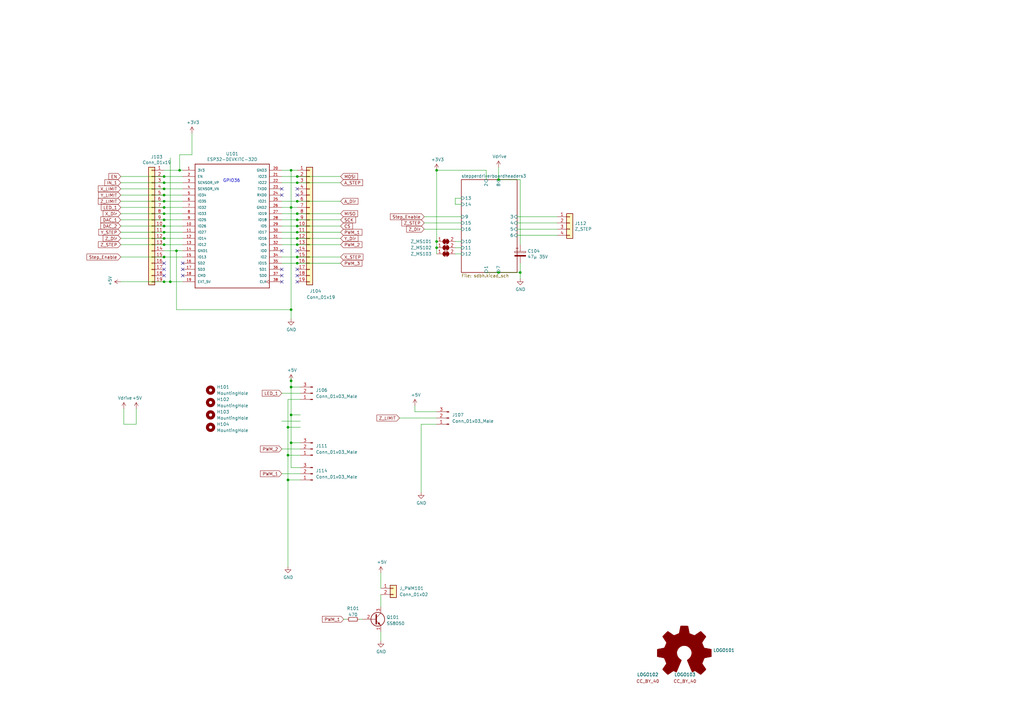
<source format=kicad_sch>
(kicad_sch (version 20230121) (generator eeschema)
  (paper "A3")
  (title_block (title "UC2-REST/uc32_standalone") (date "2022-11-09") (rev "v1.2") (company "openUC2 GmbH") (comment 1 "beniroquai, christiankuttke"))
  (lib_symbols
    (symbol "Connector:Conn_01x03_Male" (pin_names (offset 1.016) hide)
      (property "Reference" "J" (at 0 5.08 0))
      (property "Value" "Conn_01x03_Male" (at 0 -5.08 0))
      (symbol "Conn_01x03_Male_1_1"
        (polyline (pts (xy 1.27 -2.54) (xy 0.8636 -2.54)) (stroke (width 0.1524)))
        (polyline (pts (xy 1.27 0) (xy 0.8636 0)) (stroke (width 0.1524)))
        (polyline (pts (xy 1.27 2.54) (xy 0.8636 2.54)) (stroke (width 0.1524)))
        (rectangle (start 0.8636 -2.413) (end 0 -2.667) (stroke (width 0.1524)) (fill (type outline)))
        (rectangle (start 0.8636 0.127) (end 0 -0.127) (stroke (width 0.1524)) (fill (type outline)))
        (rectangle (start 0.8636 2.667) (end 0 2.413) (stroke (width 0.1524)) (fill (type outline)))
        (pin passive line (at 5.08 2.54 180) (length 3.81) (name "Pin_1") (number "1"))
        (pin passive line (at 5.08 0 180) (length 3.81) (name "Pin_2") (number "2"))
        (pin passive line (at 5.08 -2.54 180) (length 3.81) (name "Pin_3") (number "3"))
      )
    )
    (symbol "Connector_Generic:Conn_01x02" (pin_names (offset 1.016) hide)
      (property "Reference" "J" (at 0 2.54 0))
      (property "Value" "Conn_01x02" (at 0 -5.08 0))
      (symbol "Conn_01x02_1_1"
        (rectangle (start -1.27 -2.413) (end 0 -2.667) (stroke (width 0.1524)))
        (rectangle (start -1.27 0.127) (end 0 -0.127) (stroke (width 0.1524)))
        (rectangle (start -1.27 1.27) (end 1.27 -3.81) (stroke (width 0.254)) (fill (type background)))
        (pin passive line (at -5.08 0 0) (length 3.81) (name "Pin_1") (number "1"))
        (pin passive line (at -5.08 -2.54 0) (length 3.81) (name "Pin_2") (number "2"))
      )
    )
    (symbol "Connector_Generic:Conn_01x04" (pin_names (offset 1.016) hide)
      (property "Reference" "J" (at 0 5.08 0))
      (property "Value" "Conn_01x04" (at 0 -7.62 0))
      (symbol "Conn_01x04_1_1"
        (rectangle (start -1.27 -4.953) (end 0 -5.207) (stroke (width 0.1524)))
        (rectangle (start -1.27 -2.413) (end 0 -2.667) (stroke (width 0.1524)))
        (rectangle (start -1.27 0.127) (end 0 -0.127) (stroke (width 0.1524)))
        (rectangle (start -1.27 2.667) (end 0 2.413) (stroke (width 0.1524)))
        (rectangle (start -1.27 3.81) (end 1.27 -6.35) (stroke (width 0.254)) (fill (type background)))
        (pin passive line (at -5.08 2.54 0) (length 3.81) (name "Pin_1") (number "1"))
        (pin passive line (at -5.08 0 0) (length 3.81) (name "Pin_2") (number "2"))
        (pin passive line (at -5.08 -2.54 0) (length 3.81) (name "Pin_3") (number "3"))
        (pin passive line (at -5.08 -5.08 0) (length 3.81) (name "Pin_4") (number "4"))
      )
    )
    (symbol "Connector_Generic:Conn_01x19" (pin_names (offset 1.016) hide)
      (property "Reference" "J" (at 0 25.4 0))
      (property "Value" "Conn_01x19" (at 0 -25.4 0))
      (symbol "Conn_01x19_1_1"
        (rectangle (start -1.27 -22.733) (end 0 -22.987) (stroke (width 0.1524)))
        (rectangle (start -1.27 -20.193) (end 0 -20.447) (stroke (width 0.1524)))
        (rectangle (start -1.27 -17.653) (end 0 -17.907) (stroke (width 0.1524)))
        (rectangle (start -1.27 -15.113) (end 0 -15.367) (stroke (width 0.1524)))
        (rectangle (start -1.27 -12.573) (end 0 -12.827) (stroke (width 0.1524)))
        (rectangle (start -1.27 -10.033) (end 0 -10.287) (stroke (width 0.1524)))
        (rectangle (start -1.27 -7.493) (end 0 -7.747) (stroke (width 0.1524)))
        (rectangle (start -1.27 -4.953) (end 0 -5.207) (stroke (width 0.1524)))
        (rectangle (start -1.27 -2.413) (end 0 -2.667) (stroke (width 0.1524)))
        (rectangle (start -1.27 0.127) (end 0 -0.127) (stroke (width 0.1524)))
        (rectangle (start -1.27 2.667) (end 0 2.413) (stroke (width 0.1524)))
        (rectangle (start -1.27 5.207) (end 0 4.953) (stroke (width 0.1524)))
        (rectangle (start -1.27 7.747) (end 0 7.493) (stroke (width 0.1524)))
        (rectangle (start -1.27 10.287) (end 0 10.033) (stroke (width 0.1524)))
        (rectangle (start -1.27 12.827) (end 0 12.573) (stroke (width 0.1524)))
        (rectangle (start -1.27 15.367) (end 0 15.113) (stroke (width 0.1524)))
        (rectangle (start -1.27 17.907) (end 0 17.653) (stroke (width 0.1524)))
        (rectangle (start -1.27 20.447) (end 0 20.193) (stroke (width 0.1524)))
        (rectangle (start -1.27 22.987) (end 0 22.733) (stroke (width 0.1524)))
        (rectangle (start -1.27 24.13) (end 1.27 -24.13) (stroke (width 0.254)) (fill (type background)))
        (pin passive line (at -5.08 22.86 0) (length 3.81) (name "Pin_1") (number "1"))
        (pin passive line (at -5.08 0 0) (length 3.81) (name "Pin_10") (number "10"))
        (pin passive line (at -5.08 -2.54 0) (length 3.81) (name "Pin_11") (number "11"))
        (pin passive line (at -5.08 -5.08 0) (length 3.81) (name "Pin_12") (number "12"))
        (pin passive line (at -5.08 -7.62 0) (length 3.81) (name "Pin_13") (number "13"))
        (pin passive line (at -5.08 -10.16 0) (length 3.81) (name "Pin_14") (number "14"))
        (pin passive line (at -5.08 -12.7 0) (length 3.81) (name "Pin_15") (number "15"))
        (pin passive line (at -5.08 -15.24 0) (length 3.81) (name "Pin_16") (number "16"))
        (pin passive line (at -5.08 -17.78 0) (length 3.81) (name "Pin_17") (number "17"))
        (pin passive line (at -5.08 -20.32 0) (length 3.81) (name "Pin_18") (number "18"))
        (pin passive line (at -5.08 -22.86 0) (length 3.81) (name "Pin_19") (number "19"))
        (pin passive line (at -5.08 20.32 0) (length 3.81) (name "Pin_2") (number "2"))
        (pin passive line (at -5.08 17.78 0) (length 3.81) (name "Pin_3") (number "3"))
        (pin passive line (at -5.08 15.24 0) (length 3.81) (name "Pin_4") (number "4"))
        (pin passive line (at -5.08 12.7 0) (length 3.81) (name "Pin_5") (number "5"))
        (pin passive line (at -5.08 10.16 0) (length 3.81) (name "Pin_6") (number "6"))
        (pin passive line (at -5.08 7.62 0) (length 3.81) (name "Pin_7") (number "7"))
        (pin passive line (at -5.08 5.08 0) (length 3.81) (name "Pin_8") (number "8"))
        (pin passive line (at -5.08 2.54 0) (length 3.81) (name "Pin_9") (number "9"))
      )
    )
    (symbol "Device:CP" (pin_numbers hide) (pin_names (offset 0.254))
      (property "Reference" "C" (at 0.635 2.54 0))
      (property "Value" "Device_CP" (at 0.635 -2.54 0))
      (symbol "CP_0_1"
        (rectangle (start -2.286 0.508) (end 2.286 1.016))
        (polyline (pts (xy -1.778 2.286) (xy -0.762 2.286)))
        (polyline (pts (xy -1.27 2.794) (xy -1.27 1.778)))
        (rectangle (start 2.286 -0.508) (end -2.286 -1.016) (fill (type outline)))
      )
      (symbol "CP_1_1"
        (pin passive line (at 0 3.81 270) (length 2.794) (name "~") (number "1"))
        (pin passive line (at 0 -3.81 90) (length 2.794) (name "~") (number "2"))
      )
    )
    (symbol "Device:R_Small" (pin_numbers hide) (pin_names (offset 0.254) hide)
      (property "Reference" "R" (at 0.762 0.508 0))
      (property "Value" "R_Small" (at 0.762 -1.016 0))
      (symbol "R_Small_0_1"
        (rectangle (start -0.762 1.778) (end 0.762 -1.778) (stroke (width 0.2032)))
      )
      (symbol "R_Small_1_1"
        (pin passive line (at 0 2.54 270) (length 0.762) (name "~") (number "1"))
        (pin passive line (at 0 -2.54 90) (length 0.762) (name "~") (number "2"))
      )
    )
    (symbol "ESP32-DEVKITC-32D:ESP32-DEVKITC-32D" (pin_names (offset 1.016))
      (property "Reference" "U" (at -15.2654 26.0604 0))
      (property "Value" "ESP32-DEVKITC-32D_ESP32-DEVKITC-32D" (at -15.2654 -27.9654 0))
      (symbol "ESP32-DEVKITC-32D_0_0"
        (polyline (pts (xy -15.24 -25.4) (xy -15.24 25.4)) (stroke (width 0.254)))
        (polyline (pts (xy -15.24 25.4) (xy 15.24 25.4)) (stroke (width 0.254)))
        (polyline (pts (xy 15.24 -25.4) (xy -15.24 -25.4)) (stroke (width 0.254)))
        (polyline (pts (xy 15.24 25.4) (xy 15.24 -25.4)) (stroke (width 0.254)))
        (pin power_in line (at -20.32 22.86 0) (length 5.08) (name "3V3") (number "1"))
        (pin bidirectional line (at -20.32 0 0) (length 5.08) (name "IO26") (number "10"))
        (pin bidirectional line (at -20.32 -2.54 0) (length 5.08) (name "IO27") (number "11"))
        (pin bidirectional line (at -20.32 -5.08 0) (length 5.08) (name "IO14") (number "12"))
        (pin bidirectional line (at -20.32 -7.62 0) (length 5.08) (name "IO12") (number "13"))
        (pin power_in line (at -20.32 -10.16 0) (length 5.08) (name "GND1") (number "14"))
        (pin bidirectional line (at -20.32 -12.7 0) (length 5.08) (name "IO13") (number "15"))
        (pin bidirectional line (at -20.32 -15.24 0) (length 5.08) (name "SD2") (number "16"))
        (pin bidirectional line (at -20.32 -17.78 0) (length 5.08) (name "SD3") (number "17"))
        (pin bidirectional line (at -20.32 -20.32 0) (length 5.08) (name "CMD") (number "18"))
        (pin power_in line (at -20.32 -22.86 0) (length 5.08) (name "EXT_5V") (number "19"))
        (pin input line (at -20.32 20.32 0) (length 5.08) (name "EN") (number "2"))
        (pin power_in line (at 20.32 22.86 180) (length 5.08) (name "GND3") (number "20"))
        (pin bidirectional line (at 20.32 20.32 180) (length 5.08) (name "IO23") (number "21"))
        (pin bidirectional line (at 20.32 17.78 180) (length 5.08) (name "IO22") (number "22"))
        (pin output line (at 20.32 15.24 180) (length 5.08) (name "TXD0") (number "23"))
        (pin input line (at 20.32 12.7 180) (length 5.08) (name "RXD0") (number "24"))
        (pin bidirectional line (at 20.32 10.16 180) (length 5.08) (name "IO21") (number "25"))
        (pin power_in line (at 20.32 7.62 180) (length 5.08) (name "GND2") (number "26"))
        (pin bidirectional line (at 20.32 5.08 180) (length 5.08) (name "IO19") (number "27"))
        (pin bidirectional line (at 20.32 2.54 180) (length 5.08) (name "IO18") (number "28"))
        (pin bidirectional line (at 20.32 0 180) (length 5.08) (name "IO5") (number "29"))
        (pin input line (at -20.32 17.78 0) (length 5.08) (name "SENSOR_VP") (number "3"))
        (pin bidirectional line (at 20.32 -2.54 180) (length 5.08) (name "IO17") (number "30"))
        (pin bidirectional line (at 20.32 -5.08 180) (length 5.08) (name "IO16") (number "31"))
        (pin bidirectional line (at 20.32 -7.62 180) (length 5.08) (name "IO4") (number "32"))
        (pin bidirectional line (at 20.32 -10.16 180) (length 5.08) (name "IO0") (number "33"))
        (pin bidirectional line (at 20.32 -12.7 180) (length 5.08) (name "IO2") (number "34"))
        (pin bidirectional line (at 20.32 -15.24 180) (length 5.08) (name "IO15") (number "35"))
        (pin bidirectional line (at 20.32 -17.78 180) (length 5.08) (name "SD1") (number "36"))
        (pin bidirectional line (at 20.32 -20.32 180) (length 5.08) (name "SD0") (number "37"))
        (pin input clock (at 20.32 -22.86 180) (length 5.08) (name "CLK") (number "38"))
        (pin input line (at -20.32 15.24 0) (length 5.08) (name "SENSOR_VN") (number "4"))
        (pin bidirectional line (at -20.32 12.7 0) (length 5.08) (name "IO34") (number "5"))
        (pin bidirectional line (at -20.32 10.16 0) (length 5.08) (name "IO35") (number "6"))
        (pin bidirectional line (at -20.32 7.62 0) (length 5.08) (name "IO32") (number "7"))
        (pin bidirectional line (at -20.32 5.08 0) (length 5.08) (name "IO33") (number "8"))
        (pin bidirectional line (at -20.32 2.54 0) (length 5.08) (name "IO25") (number "9"))
      )
    )
    (symbol "Graphic:Logo_Open_Hardware_Large" (pin_names (offset 1.016))
      (symbol "Logo_Open_Hardware_Large_1_1"
        (polyline (pts (xy 6.731 -8.7122) (xy 6.6294 -8.6614) (xy 6.35 -8.4836) (xy 5.9944 -8.255) (xy 5.5372 -7.9502) (xy 5.1054 -7.6454) (xy 4.7498 -7.4168) (xy 4.4958 -7.239) (xy 4.3942 -7.1882) (xy 4.318 -7.2136) (xy 4.1148 -7.3152) (xy 3.81 -7.4676) (xy 3.6322 -7.5692) (xy 3.3528 -7.6708) (xy 3.2258 -7.6962) (xy 3.2004 -7.6708) (xy 3.0988 -7.4676) (xy 2.9464 -7.0866) (xy 2.7178 -6.604) (xy 2.4892 -6.0452) (xy 2.2352 -5.4356) (xy 1.9558 -4.826) (xy 1.7272 -4.2164) (xy 1.4986 -3.683) (xy 1.3208 -3.2512) (xy 1.2192 -2.9464) (xy 1.1684 -2.8194) (xy 1.1938 -2.794) (xy 1.3208 -2.667) (xy 1.5748 -2.4892) (xy 2.0828 -2.0574) (xy 2.6162 -1.397) (xy 2.921 -0.6604) (xy 3.048 0.1524) (xy 2.9464 0.9144) (xy 2.6416 1.6256) (xy 2.1336 2.286) (xy 1.524 2.7686) (xy 0.8128 3.0734) (xy 0 3.175) (xy -0.762 3.0988) (xy -1.4986 2.794) (xy -2.159 2.286) (xy -2.4384 1.9812) (xy -2.8194 1.3208) (xy -3.048 0.6096) (xy -3.0734 0.4318) (xy -3.0226 -0.3556) (xy -2.794 -1.0922) (xy -2.3876 -1.7526) (xy -1.8288 -2.3114) (xy -1.7526 -2.3622) (xy -1.4732 -2.5654) (xy -1.2954 -2.6924) (xy -1.1684 -2.8194) (xy -2.159 -5.207) (xy -2.3114 -5.588) (xy -2.5908 -6.2484) (xy -2.8194 -6.8072) (xy -3.0226 -7.2644) (xy -3.1496 -7.5692) (xy -3.2258 -7.6708) (xy -3.2258 -7.6962) (xy -3.302 -7.6962) (xy -3.4798 -7.6454) (xy -3.8354 -7.4676) (xy -4.0386 -7.366) (xy -4.2926 -7.239) (xy -4.4196 -7.1882) (xy -4.5212 -7.239) (xy -4.7498 -7.3914) (xy -5.1054 -7.6454) (xy -5.5372 -7.9248) (xy -5.9436 -8.2042) (xy -6.3246 -8.4582) (xy -6.604 -8.636) (xy -6.731 -8.7122) (xy -6.7564 -8.7122) (xy -6.858 -8.636) (xy -7.0866 -8.4582) (xy -7.4168 -8.1534) (xy -7.874 -7.6962) (xy -7.9502 -7.62) (xy -8.3312 -7.239) (xy -8.636 -6.9088) (xy -8.8392 -6.6802) (xy -8.9154 -6.5786) (xy -8.9154 -6.5786) (xy -8.8392 -6.4516) (xy -8.6614 -6.1722) (xy -8.4328 -5.7912) (xy -8.128 -5.3594) (xy -7.3152 -4.191) (xy -7.7724 -3.0988) (xy -7.8994 -2.7686) (xy -8.0772 -2.3622) (xy -8.2042 -2.0828) (xy -8.255 -1.9558) (xy -8.382 -1.905) (xy -8.6614 -1.8542) (xy -9.0932 -1.7526) (xy -9.6266 -1.651) (xy -10.1092 -1.5748) (xy -10.541 -1.4732) (xy -10.8712 -1.4224) (xy -11.0236 -1.397) (xy -11.049 -1.3716) (xy -11.0744 -1.2954) (xy -11.0998 -1.143) (xy -11.0998 -0.889) (xy -11.1252 -0.4572) (xy -11.1252 0.1524) (xy -11.1252 0.2286) (xy -11.0998 0.8128) (xy -11.0998 1.27) (xy -11.0744 1.5494) (xy -11.0744 1.6764) (xy -11.0744 1.6764) (xy -10.922 1.7018) (xy -10.6172 1.778) (xy -10.16 1.8542) (xy -9.652 1.9558) (xy -9.6012 1.9812) (xy -9.0932 2.0828) (xy -8.636 2.159) (xy -8.3312 2.2352) (xy -8.2042 2.286) (xy -8.1788 2.3114) (xy -8.0772 2.5146) (xy -7.9248 2.8448) (xy -7.747 3.2512) (xy -7.5692 3.6576) (xy -7.4168 4.0386) (xy -7.3152 4.318) (xy -7.2898 4.445) (xy -7.2898 4.445) (xy -7.366 4.572) (xy -7.5438 4.826) (xy -7.7978 5.207) (xy -8.128 5.6642) (xy -8.128 5.6896) (xy -8.4328 6.1468) (xy -8.6868 6.5278) (xy -8.8392 6.7818) (xy -8.9154 6.9088) (xy -8.9154 6.9088) (xy -8.8138 7.0358) (xy -8.5852 7.2898) (xy -8.255 7.6454) (xy -7.874 8.0264) (xy -7.747 8.1534) (xy -7.3152 8.5852) (xy -7.0104 8.8646) (xy -6.8326 8.9916) (xy -6.731 9.0424) (xy -6.731 9.0424) (xy -6.604 8.9408) (xy -6.3246 8.763) (xy -5.9436 8.509) (xy -5.4864 8.2042) (xy -5.461 8.1788) (xy -5.0038 7.874) (xy -4.6482 7.62) (xy -4.3688 7.4422) (xy -4.2672 7.3914) (xy -4.2418 7.3914) (xy -4.064 7.4422) (xy -3.7338 7.5438) (xy -3.3528 7.6962) (xy -2.9464 7.874) (xy -2.5654 8.0264) (xy -2.286 8.1534) (xy -2.159 8.2296) (xy -2.159 8.2296) (xy -2.1082 8.382) (xy -2.032 8.7122) (xy -1.9304 9.1694) (xy -1.8288 9.7282) (xy -1.8034 9.8044) (xy -1.7018 10.3378) (xy -1.6256 10.7696) (xy -1.5748 11.0744) (xy -1.524 11.2014) (xy -1.4478 11.2268) (xy -1.1938 11.2522) (xy -0.8128 11.2522) (xy -0.3302 11.2522) (xy 0.1524 11.2522) (xy 0.6604 11.2522) (xy 1.0668 11.2268) (xy 1.3716 11.2014) (xy 1.4986 11.176) (xy 1.4986 11.176) (xy 1.5494 11.0236) (xy 1.6256 10.6934) (xy 1.7018 10.2108) (xy 1.8288 9.6774) (xy 1.8288 9.5758) (xy 1.9304 9.0424) (xy 2.032 8.6106) (xy 2.0828 8.3058) (xy 2.1336 8.2042) (xy 2.159 8.1788) (xy 2.3876 8.0772) (xy 2.7432 7.9248) (xy 3.175 7.747) (xy 4.191 7.3406) (xy 5.461 8.2042) (xy 5.5626 8.2804) (xy 6.0198 8.5852) (xy 6.3754 8.8392) (xy 6.6294 8.9916) (xy 6.7564 9.0424) (xy 6.7564 9.0424) (xy 6.8834 8.9408) (xy 7.1374 8.7122) (xy 7.4676 8.382) (xy 7.8486 7.9756) (xy 8.1534 7.6962) (xy 8.4836 7.3406) (xy 8.7122 7.112) (xy 8.8392 6.9596) (xy 8.8646 6.858) (xy 8.8646 6.8072) (xy 8.7884 6.6802) (xy 8.6106 6.4008) (xy 8.3312 6.0198) (xy 8.0264 5.588) (xy 7.7978 5.207) (xy 7.5184 4.8006) (xy 7.3406 4.4958) (xy 7.2898 4.3434) (xy 7.2898 4.2926) (xy 7.3914 4.0386) (xy 7.5184 3.683) (xy 7.7216 3.2258) (xy 8.1534 2.2352) (xy 8.7884 2.1082) (xy 9.1948 2.0574) (xy 9.7536 1.9304) (xy 10.2616 1.8288) (xy 11.0998 1.6764) (xy 11.1252 -1.3208) (xy 10.9982 -1.3716) (xy 10.8712 -1.397) (xy 10.5664 -1.4732) (xy 10.1346 -1.5494) (xy 9.6266 -1.651) (xy 9.1948 -1.7272) (xy 8.7376 -1.8288) (xy 8.4328 -1.8796) (xy 8.2804 -1.905) (xy 8.255 -1.9558) (xy 8.1534 -2.159) (xy 7.9756 -2.5146) (xy 7.8232 -2.921) (xy 7.6454 -3.3274) (xy 7.493 -3.7338) (xy 7.366 -4.0132) (xy 7.3406 -4.191) (xy 7.3914 -4.2926) (xy 7.5692 -4.5466) (xy 7.7978 -4.9276) (xy 8.1026 -5.3594) (xy 8.4074 -5.7912) (xy 8.6614 -6.1722) (xy 8.8138 -6.4262) (xy 8.89 -6.5532) (xy 8.8646 -6.6548) (xy 8.6868 -6.858) (xy 8.3566 -7.1882) (xy 7.874 -7.6708) (xy 7.7978 -7.747) (xy 7.3914 -8.128) (xy 7.0612 -8.4328) (xy 6.8326 -8.636) (xy 6.731 -8.7122)) (fill (type outline)))
      )
    )
    (symbol "Jumper:SolderJumper_2_Bridged" (pin_names (offset 0) hide)
      (property "Reference" "JP" (at 0 2.032 0))
      (property "Value" "SolderJumper_2_Bridged" (at 0 -2.54 0))
      (symbol "SolderJumper_2_Bridged_0_1"
        (rectangle (start -0.508 0.508) (end 0.508 -0.508) (fill (type outline)))
        (arc (start -0.254 1.016) (mid -1.2656 0) (end -0.254 -1.016))
        (arc (start -0.254 1.016) (mid -1.2656 0) (end -0.254 -1.016) (fill (type outline)))
        (polyline (pts (xy -0.254 1.016) (xy -0.254 -1.016)))
        (polyline (pts (xy 0.254 1.016) (xy 0.254 -1.016)))
        (arc (start 0.254 -1.016) (mid 1.2656 0) (end 0.254 1.016))
        (arc (start 0.254 -1.016) (mid 1.2656 0) (end 0.254 1.016) (fill (type outline)))
      )
      (symbol "SolderJumper_2_Bridged_1_1"
        (pin passive line (at -3.81 0 0) (length 2.54) (name "A") (number "1"))
        (pin passive line (at 3.81 0 180) (length 2.54) (name "B") (number "2"))
      )
    )
    (symbol "Mechanical:MountingHole" (pin_names (offset 1.016))
      (property "Reference" "H" (at 0 5.08 0))
      (property "Value" "MountingHole" (at 0 3.175 0))
      (symbol "MountingHole_0_1"
        (circle (center 0 0) (radius 1.27) (stroke (width 1.27)))
      )
    )
    (symbol "MyGraphic:SYM_CC_BY" (pin_names (offset 1.016))
      (property "Reference" "#LOGO" (at 0 2.159 0))
      (property "Value" "MyGraphic_SYM_CC_BY" (at 0.127 -2.54 0))
      (symbol "SYM_CC_BY_0_0"
        (text "CC_BY_40" (at 0.254 0 0) (effects (font (size 1.27 1.27))))
      )
    )
    (symbol "Transistor_BJT:S8050" (pin_names (offset 0) hide)
      (property "Reference" "Q" (at 5.08 1.905 0))
      (property "Value" "S8050" (at 5.08 0 0))
      (symbol "S8050_0_1"
        (polyline (pts (xy 0 0) (xy 0.635 0)))
        (polyline (pts (xy 0.635 0.635) (xy 2.54 2.54)))
        (polyline (pts (xy 0.635 -0.635) (xy 2.54 -2.54) (xy 2.54 -2.54)))
        (polyline (pts (xy 0.635 1.905) (xy 0.635 -1.905) (xy 0.635 -1.905)) (stroke (width 0.508)))
        (polyline (pts (xy 1.27 -1.778) (xy 1.778 -1.27) (xy 2.286 -2.286) (xy 1.27 -1.778) (xy 1.27 -1.778)) (fill (type outline)))
        (circle (center 1.27 0) (radius 2.8194) (stroke (width 0.254)))
      )
      (symbol "S8050_1_1"
        (pin passive line (at 2.54 -5.08 90) (length 2.54) (name "E") (number "1"))
        (pin input line (at -5.08 0 0) (length 5.08) (name "B") (number "2"))
        (pin passive line (at 2.54 5.08 270) (length 2.54) (name "C") (number "3"))
      )
    )
    (symbol "power:+3.3V" (power) (pin_names (offset 0))
      (property "Value" "+3.3V" (at 0 3.556 0))
      (symbol "+3.3V_0_1"
        (polyline (pts (xy -0.762 1.27) (xy 0 2.54)))
        (polyline (pts (xy 0 0) (xy 0 2.54)))
        (polyline (pts (xy 0 2.54) (xy 0.762 1.27)))
      )
      (symbol "+3.3V_1_1"
        (pin power_in line (at 0 0 90) (length 0) hide (name "+3V3") (number "1"))
      )
    )
    (symbol "power:+5V" (power) (pin_names (offset 0))
      (property "Value" "+5V" (at 0 3.556 0))
      (symbol "+5V_0_1"
        (polyline (pts (xy -0.762 1.27) (xy 0 2.54)))
        (polyline (pts (xy 0 0) (xy 0 2.54)))
        (polyline (pts (xy 0 2.54) (xy 0.762 1.27)))
      )
      (symbol "+5V_1_1"
        (pin power_in line (at 0 0 90) (length 0) hide (name "+5V") (number "1"))
      )
    )
    (symbol "power:GND" (power) (pin_names (offset 0))
      (property "Value" "GND" (at 0 -3.81 0))
      (symbol "GND_0_1"
        (polyline (pts (xy 0 0) (xy 0 -1.27) (xy 1.27 -1.27) (xy 0 -2.54) (xy -1.27 -1.27) (xy 0 -1.27)))
      )
      (symbol "GND_1_1"
        (pin power_in line (at 0 0 270) (length 0) hide (name "GND") (number "1"))
      )
    )
    (symbol "power:Vdrive" (power) (pin_names (offset 0))
      (property "Value" "Vdrive" (at 0 3.81 0))
      (symbol "Vdrive_0_1"
        (polyline (pts (xy -0.762 1.27) (xy 0 2.54)))
        (polyline (pts (xy 0 0) (xy 0 2.54)))
        (polyline (pts (xy 0 2.54) (xy 0.762 1.27)))
      )
      (symbol "Vdrive_1_1"
        (pin power_in line (at 0 0 90) (length 0) hide (name "Vdrive") (number "1"))
      )
    )
  )
  (junction (at 67.31 105.41))
  (junction (at 121.92 90.17))
  (junction (at 67.31 72.39))
  (junction (at 67.31 115.57))
  (junction (at 67.31 82.55))
  (junction (at 121.92 107.95))
  (junction (at 204.47 73.66))
  (junction (at 121.92 87.63))
  (junction (at 121.92 74.93))
  (junction (at 119.38 170.18))
  (junction (at 118.11 186.69))
  (junction (at 67.31 97.79))
  (junction (at 119.38 181.61))
  (junction (at 121.92 105.41))
  (junction (at 69.85 115.57))
  (junction (at 118.11 196.85))
  (junction (at 121.92 82.55))
  (junction (at 179.07 99.06))
  (junction (at 121.92 95.25))
  (junction (at 119.38 158.75))
  (junction (at 204.47 111.76))
  (junction (at 119.38 69.85))
  (junction (at 67.31 90.17))
  (junction (at 73.66 69.85))
  (junction (at 121.92 97.79))
  (junction (at 67.31 95.25))
  (junction (at 213.36 111.76))
  (junction (at 119.38 127))
  (junction (at 67.31 85.09))
  (junction (at 121.92 92.71))
  (junction (at 121.92 100.33))
  (junction (at 72.39 102.87))
  (junction (at 119.38 85.09))
  (junction (at 179.07 69.85))
  (junction (at 119.38 156.21))
  (junction (at 67.31 100.33))
  (junction (at 67.31 92.71))
  (junction (at 67.31 80.01))
  (junction (at 67.31 87.63))
  (junction (at 118.11 175.26))
  (junction (at 67.31 74.93))
  (junction (at 121.92 72.39))
  (junction (at 67.31 77.47))
  (junction (at 179.07 101.6))
  (no_connect (at 115.57 115.57))
  (no_connect (at 67.31 113.03))
  (no_connect (at 121.92 102.87))
  (no_connect (at 115.57 110.49))
  (no_connect (at 115.57 80.01))
  (no_connect (at 115.57 77.47))
  (no_connect (at 115.57 113.03))
  (no_connect (at 74.93 107.95))
  (no_connect (at 121.92 110.49))
  (no_connect (at 121.92 115.57))
  (no_connect (at 121.92 77.47))
  (no_connect (at 74.93 110.49))
  (no_connect (at 67.31 107.95))
  (no_connect (at 121.92 113.03))
  (no_connect (at 67.31 110.49))
  (no_connect (at 121.92 80.01))
  (no_connect (at 115.57 102.87))
  (no_connect (at 74.93 113.03))
  (wire (pts (xy 115.57 95.25) (xy 121.92 95.25)))
  (wire (pts (xy 213.36 111.76) (xy 213.36 114.3)))
  (wire (pts (xy 139.7 92.71) (xy 121.92 92.71)))
  (wire (pts (xy 49.53 72.39) (xy 67.31 72.39)))
  (wire (pts (xy 67.31 115.57) (xy 69.85 115.57)))
  (wire (pts (xy 115.57 105.41) (xy 121.92 105.41)))
  (wire (pts (xy 67.31 77.47) (xy 49.53 77.47)))
  (wire (pts (xy 119.38 181.61) (xy 123.19 181.61)))
  (wire (pts (xy 119.38 181.61) (xy 119.38 191.77)))
  (wire (pts (xy 156.21 243.84) (xy 156.21 248.92)))
  (wire (pts (xy 67.31 80.01) (xy 49.53 80.01)))
  (wire (pts (xy 55.88 167.64) (xy 55.88 173.99)))
  (wire (pts (xy 139.7 74.93) (xy 121.92 74.93)))
  (wire (pts (xy 74.93 87.63) (xy 67.31 87.63)))
  (wire (pts (xy 186.69 81.28) (xy 186.69 83.82)))
  (wire (pts (xy 69.85 64.77) (xy 69.85 115.57)))
  (wire (pts (xy 121.92 82.55) (xy 115.57 82.55)))
  (wire (pts (xy 121.92 92.71) (xy 115.57 92.71)))
  (wire (pts (xy 139.7 90.17) (xy 121.92 90.17)))
  (wire (pts (xy 121.92 82.55) (xy 139.7 82.55)))
  (wire (pts (xy 139.7 107.95) (xy 121.92 107.95)))
  (wire (pts (xy 186.69 104.14) (xy 189.23 104.14)))
  (wire (pts (xy 119.38 158.75) (xy 119.38 170.18)))
  (wire (pts (xy 156.21 234.95) (xy 156.21 241.3)))
  (wire (pts (xy 163.83 171.45) (xy 179.07 171.45)))
  (wire (pts (xy 179.07 101.6) (xy 179.07 104.14)))
  (wire (pts (xy 67.31 100.33) (xy 74.93 100.33)))
  (wire (pts (xy 67.31 87.63) (xy 49.53 87.63)))
  (wire (pts (xy 186.69 83.82) (xy 189.23 83.82)))
  (wire (pts (xy 118.11 175.26) (xy 118.11 163.83)))
  (wire (pts (xy 74.93 92.71) (xy 67.31 92.71)))
  (wire (pts (xy 115.57 85.09) (xy 119.38 85.09)))
  (wire (pts (xy 204.47 73.66) (xy 213.36 73.66)))
  (wire (pts (xy 156.21 259.08) (xy 156.21 262.89)))
  (wire (pts (xy 121.92 87.63) (xy 115.57 87.63)))
  (wire (pts (xy 67.31 92.71) (xy 49.53 92.71)))
  (wire (pts (xy 67.31 82.55) (xy 49.53 82.55)))
  (wire (pts (xy 139.7 105.41) (xy 121.92 105.41)))
  (wire (pts (xy 118.11 196.85) (xy 118.11 232.41)))
  (wire (pts (xy 147.32 254) (xy 148.59 254)))
  (wire (pts (xy 67.31 90.17) (xy 49.53 90.17)))
  (wire (pts (xy 74.93 69.85) (xy 73.66 69.85)))
  (wire (pts (xy 74.93 82.55) (xy 67.31 82.55)))
  (wire (pts (xy 212.09 93.98) (xy 228.6 93.98)))
  (wire (pts (xy 115.57 90.17) (xy 121.92 90.17)))
  (wire (pts (xy 170.18 166.37) (xy 170.18 168.91)))
  (wire (pts (xy 212.09 91.44) (xy 228.6 91.44)))
  (wire (pts (xy 213.36 73.66) (xy 213.36 100.33)))
  (wire (pts (xy 179.07 69.85) (xy 199.39 69.85)))
  (wire (pts (xy 74.93 102.87) (xy 72.39 102.87)))
  (wire (pts (xy 199.39 69.85) (xy 199.39 73.66)))
  (wire (pts (xy 189.23 93.98) (xy 173.99 93.98)))
  (wire (pts (xy 73.66 63.5) (xy 78.74 63.5)))
  (wire (pts (xy 119.38 69.85) (xy 121.92 69.85)))
  (wire (pts (xy 121.92 107.95) (xy 115.57 107.95)))
  (wire (pts (xy 55.88 173.99) (xy 50.8 173.99)))
  (wire (pts (xy 115.57 74.93) (xy 121.92 74.93)))
  (wire (pts (xy 119.38 130.81) (xy 119.38 127)))
  (wire (pts (xy 179.07 173.99) (xy 172.72 173.99)))
  (wire (pts (xy 115.57 172.72) (xy 123.19 172.72)))
  (wire (pts (xy 67.31 90.17) (xy 74.93 90.17)))
  (wire (pts (xy 49.53 115.57) (xy 67.31 115.57)))
  (wire (pts (xy 67.31 85.09) (xy 74.93 85.09)))
  (wire (pts (xy 173.99 91.44) (xy 189.23 91.44)))
  (wire (pts (xy 119.38 156.21) (xy 119.38 158.75)))
  (wire (pts (xy 170.18 168.91) (xy 179.07 168.91)))
  (wire (pts (xy 121.92 97.79) (xy 115.57 97.79)))
  (wire (pts (xy 204.47 68.58) (xy 204.47 73.66)))
  (wire (pts (xy 140.97 254) (xy 142.24 254)))
  (wire (pts (xy 139.7 95.25) (xy 121.92 95.25)))
  (wire (pts (xy 67.31 97.79) (xy 49.53 97.79)))
  (wire (pts (xy 67.31 74.93) (xy 49.53 74.93)))
  (wire (pts (xy 179.07 99.06) (xy 179.07 101.6)))
  (wire (pts (xy 228.6 96.52) (xy 212.09 96.52)))
  (wire (pts (xy 78.74 63.5) (xy 78.74 54.61)))
  (wire (pts (xy 179.07 69.85) (xy 179.07 99.06)))
  (wire (pts (xy 72.39 102.87) (xy 67.31 102.87)))
  (wire (pts (xy 118.11 175.26) (xy 123.19 175.26)))
  (wire (pts (xy 121.92 100.33) (xy 115.57 100.33)))
  (wire (pts (xy 115.57 184.15) (xy 123.19 184.15)))
  (wire (pts (xy 119.38 191.77) (xy 123.19 191.77)))
  (wire (pts (xy 119.38 127) (xy 119.38 85.09)))
  (wire (pts (xy 115.57 161.29) (xy 123.19 161.29)))
  (wire (pts (xy 199.39 111.76) (xy 204.47 111.76)))
  (wire (pts (xy 119.38 170.18) (xy 119.38 181.61)))
  (wire (pts (xy 67.31 105.41) (xy 49.53 105.41)))
  (wire (pts (xy 119.38 170.18) (xy 123.19 170.18)))
  (wire (pts (xy 139.7 97.79) (xy 121.92 97.79)))
  (wire (pts (xy 69.85 115.57) (xy 74.93 115.57)))
  (wire (pts (xy 204.47 111.76) (xy 213.36 111.76)))
  (wire (pts (xy 118.11 196.85) (xy 123.19 196.85)))
  (wire (pts (xy 72.39 102.87) (xy 72.39 127)))
  (wire (pts (xy 67.31 80.01) (xy 74.93 80.01)))
  (wire (pts (xy 139.7 87.63) (xy 121.92 87.63)))
  (wire (pts (xy 118.11 186.69) (xy 118.11 175.26)))
  (wire (pts (xy 121.92 72.39) (xy 115.57 72.39)))
  (wire (pts (xy 139.7 72.39) (xy 121.92 72.39)))
  (wire (pts (xy 172.72 173.99) (xy 172.72 201.93)))
  (wire (pts (xy 186.69 101.6) (xy 189.23 101.6)))
  (wire (pts (xy 173.99 88.9) (xy 189.23 88.9)))
  (wire (pts (xy 119.38 85.09) (xy 121.92 85.09)))
  (wire (pts (xy 67.31 95.25) (xy 49.53 95.25)))
  (wire (pts (xy 67.31 74.93) (xy 74.93 74.93)))
  (wire (pts (xy 189.23 81.28) (xy 186.69 81.28)))
  (wire (pts (xy 115.57 194.31) (xy 123.19 194.31)))
  (wire (pts (xy 118.11 186.69) (xy 123.19 186.69)))
  (wire (pts (xy 74.93 77.47) (xy 67.31 77.47)))
  (wire (pts (xy 115.57 69.85) (xy 119.38 69.85)))
  (wire (pts (xy 228.6 88.9) (xy 212.09 88.9)))
  (wire (pts (xy 139.7 100.33) (xy 121.92 100.33)))
  (wire (pts (xy 67.31 72.39) (xy 74.93 72.39)))
  (wire (pts (xy 119.38 154.94) (xy 119.38 156.21)))
  (wire (pts (xy 119.38 85.09) (xy 119.38 69.85)))
  (wire (pts (xy 186.69 99.06) (xy 189.23 99.06)))
  (wire (pts (xy 67.31 100.33) (xy 49.53 100.33)))
  (wire (pts (xy 67.31 95.25) (xy 74.93 95.25)))
  (wire (pts (xy 73.66 69.85) (xy 67.31 69.85)))
  (wire (pts (xy 73.66 69.85) (xy 73.66 63.5)))
  (wire (pts (xy 67.31 85.09) (xy 49.53 85.09)))
  (wire (pts (xy 213.36 107.95) (xy 213.36 111.76)))
  (wire (pts (xy 118.11 196.85) (xy 118.11 186.69)))
  (wire (pts (xy 118.11 163.83) (xy 123.19 163.83)))
  (wire (pts (xy 72.39 127) (xy 119.38 127)))
  (wire (pts (xy 119.38 158.75) (xy 123.19 158.75)))
  (wire (pts (xy 67.31 105.41) (xy 74.93 105.41)))
  (wire (pts (xy 50.8 173.99) (xy 50.8 167.64)))
  (wire (pts (xy 74.93 97.79) (xy 67.31 97.79)))
  (text "GPIO36" (at 91.44 74.93 0) (effects (font (size 1.27 1.27)) (justify left bottom)))
  (global_label "Y_LIMIT" (shape input) (at 49.53 80.01 180) (property "Intersheetrefs" "${INTERSHEET_REFS}" (effects hide)))
  (global_label "Z_LIMIT" (shape input) (at 163.83 171.45 180) (property "Intersheetrefs" "${INTERSHEET_REFS}" (effects hide)))
  (global_label "DAC_2" (shape input) (at 49.53 92.71 180) (property "Intersheetrefs" "${INTERSHEET_REFS}" (effects hide)))
  (global_label "LED_1" (shape input) (at 115.57 161.29 180) (property "Intersheetrefs" "${INTERSHEET_REFS}" (effects hide)))
  (global_label "PWM_1" (shape input) (at 139.7 95.25 0) (property "Intersheetrefs" "${INTERSHEET_REFS}" (effects hide)))
  (global_label "CS" (shape input) (at 139.7 92.71 0) (property "Intersheetrefs" "${INTERSHEET_REFS}" (effects hide)))
  (global_label "Z_Dir" (shape input) (at 49.53 97.79 180) (property "Intersheetrefs" "${INTERSHEET_REFS}" (effects hide)))
  (global_label "EN" (shape input) (at 49.53 72.39 180) (property "Intersheetrefs" "${INTERSHEET_REFS}" (effects hide)))
  (global_label "PWM_1" (shape input) (at 115.57 194.31 180) (property "Intersheetrefs" "${INTERSHEET_REFS}" (effects hide)))
  (global_label "PWM_2" (shape input) (at 139.7 100.33 0) (property "Intersheetrefs" "${INTERSHEET_REFS}" (effects hide)))
  (global_label "Z_Dir" (shape input) (at 173.99 93.98 180) (property "Intersheetrefs" "${INTERSHEET_REFS}" (effects hide)))
  (global_label "A_STEP" (shape input) (at 139.7 74.93 0) (property "Intersheetrefs" "${INTERSHEET_REFS}" (effects hide)))
  (global_label "X_STEP" (shape input) (at 139.7 105.41 0) (property "Intersheetrefs" "${INTERSHEET_REFS}" (effects hide)))
  (global_label "X_Dir" (shape input) (at 49.53 87.63 180) (property "Intersheetrefs" "${INTERSHEET_REFS}" (effects hide)))
  (global_label "Z_LIMIT" (shape input) (at 49.53 82.55 180) (property "Intersheetrefs" "${INTERSHEET_REFS}" (effects hide)))
  (global_label "IN_1" (shape input) (at 49.53 74.93 180) (property "Intersheetrefs" "${INTERSHEET_REFS}" (effects hide)))
  (global_label "Z_STEP" (shape input) (at 49.53 100.33 180) (property "Intersheetrefs" "${INTERSHEET_REFS}" (effects hide)))
  (global_label "Y_Dir" (shape input) (at 139.7 97.79 0) (property "Intersheetrefs" "${INTERSHEET_REFS}" (effects hide)))
  (global_label "SCK" (shape input) (at 139.7 90.17 0) (property "Intersheetrefs" "${INTERSHEET_REFS}" (effects hide)))
  (global_label "Z_STEP" (shape input) (at 173.99 91.44 180) (property "Intersheetrefs" "${INTERSHEET_REFS}" (effects hide)))
  (global_label "LED_1" (shape input) (at 49.53 85.09 180) (property "Intersheetrefs" "${INTERSHEET_REFS}" (effects hide)))
  (global_label "MISO" (shape input) (at 139.7 87.63 0) (property "Intersheetrefs" "${INTERSHEET_REFS}" (effects hide)))
  (global_label "PWM_2" (shape input) (at 115.57 184.15 180) (property "Intersheetrefs" "${INTERSHEET_REFS}" (effects hide)))
  (global_label "MOSI" (shape input) (at 139.7 72.39 0) (property "Intersheetrefs" "${INTERSHEET_REFS}" (effects hide)))
  (global_label "Step_Enable" (shape input) (at 49.53 105.41 180) (property "Intersheetrefs" "${INTERSHEET_REFS}" (effects hide)))
  (global_label "Y_STEP" (shape input) (at 49.53 95.25 180) (property "Intersheetrefs" "${INTERSHEET_REFS}" (effects hide)))
  (global_label "PWM_3" (shape input) (at 139.7 107.95 0) (property "Intersheetrefs" "${INTERSHEET_REFS}" (effects hide)))
  (global_label "Step_Enable" (shape input) (at 173.99 88.9 180) (property "Intersheetrefs" "${INTERSHEET_REFS}" (effects hide)))
  (global_label "A_Dir" (shape input) (at 139.7 82.55 0) (property "Intersheetrefs" "${INTERSHEET_REFS}" (effects hide)))
  (global_label "PWM_1" (shape input) (at 140.97 254 180) (property "Intersheetrefs" "${INTERSHEET_REFS}" (effects hide)))
  (global_label "X_LIMIT" (shape input) (at 49.53 77.47 180) (property "Intersheetrefs" "${INTERSHEET_REFS}" (effects hide)))
  (global_label "DAC_1" (shape input) (at 49.53 90.17 180) (property "Intersheetrefs" "${INTERSHEET_REFS}" (effects hide)))
  (symbol (lib_id "Graphic:Logo_Open_Hardware_Large") (at 280.67 267.97 0) (unit 1)
    (property "Reference" "LOGO101" (at 292.5064 266.7 0) (effects (justify left)))
    (property "Value" "Logo_Open_Hardware_Large" (effects hide))
    (property "Footprint" "Symbols:OSHW-Symbol_22.3x20mm_SilkScreen" (effects hide))
  )
  (symbol (lib_id "MyGraphic:SYM_CC_BY") (at 280.67 279.4 0) (unit 1)
    (property "Reference" "LOGO103" (at 280.924 276.6822 0))
    (property "Value" "SYM_CC_BY" (effects hide))
    (property "Footprint" "Symbols:Symbol_CreativeCommonsPublicDomain_SilkScreenTop_Small" (effects hide))
  )
  (symbol (lib_id "MyGraphic:SYM_CC_BY") (at 265.43 279.4 0) (unit 1)
    (property "Reference" "LOGO102" (at 265.684 276.6822 0))
    (property "Value" "SYM_CC_BY" (effects hide))
    (property "Footprint" "Symbols:Symbol_CC-Attribution_CopperTop_Small" (effects hide))
  )
  (symbol (lib_id "power:Vdrive") (at 50.8 167.64 0) (unit 1)
    (property "Reference" "#PWR0115" (effects hide))
    (property "Value" "Vdrive" (at 51.2318 163.2458 0))
  )
  (symbol (lib_id "ESP32-DEVKITC-32D:ESP32-DEVKITC-32D") (at 95.25 92.71 0) (unit 1)
    (property "Reference" "U101" (at 95.25 63.0682 0))
    (property "Value" "ESP32-DEVKITC-32D" (at 95.25 65.3796 0))
    (property "Footprint" "ESP32-DEVKITC-32D:MODULE_ESP32-DEVKITC-32D" (effects hide))
    (property "Datasheet" "Espressif Systems" (effects hide))
    (property "Veld4" "4" (effects hide))
  )
  (symbol (lib_id "Connector_Generic:Conn_01x19") (at 127 92.71 0) (unit 1)
    (property "Reference" "J104" (at 127 119.38 0) (effects (justify left)))
    (property "Value" "Conn_01x19" (at 125.73 121.92 0) (effects (justify left)))
    (property "Footprint" "Connector_PinSocket_2.54mm:PinSocket_1x19_P2.54mm_Vertical" (effects hide))
    (property "LCSC" "C2897382" (effects hide))
  )
  (symbol (lib_id "Connector_Generic:Conn_01x19") (at 62.23 92.71 0) (mirror y) (unit 1)
    (property "Reference" "J103" (at 64.3128 64.3382 0))
    (property "Value" "Conn_01x19" (at 64.3128 66.6496 0))
    (property "Footprint" "Connector_PinSocket_2.54mm:PinSocket_1x19_P2.54mm_Vertical" (effects hide))
    (property "LCSC" "C2897382" (effects hide))
  )
  (symbol (lib_id "power:GND") (at 119.38 130.81 0) (unit 1)
    (property "Reference" "#PWR0111" (effects hide))
    (property "Value" "GND" (at 119.507 135.2042 0))
  )
  (symbol (lib_id "power:+3.3V") (at 78.74 54.61 0) (unit 1)
    (property "Reference" "#PWR0105" (effects hide))
    (property "Value" "+3.3V" (at 79.121 50.2158 0))
  )
  (symbol (lib_id "Jumper:SolderJumper_2_Bridged") (at 182.88 99.06 0) (unit 1)
    (property "Reference" "Z_MS101" (at 172.72 99.06 0))
    (property "Value" "Z_MS1" (effects hide))
    (property "Footprint" "Jumpers:SolderJumper-2_P1.3mm_Bridged_RoundedPad1.0x1.5mm" (effects hide))
  )
  (symbol (lib_id "Jumper:SolderJumper_2_Bridged") (at 182.88 101.6 0) (unit 1)
    (property "Reference" "Z_MS102" (at 172.72 101.6 0))
    (property "Value" "Z_MS2" (effects hide))
    (property "Footprint" "Jumpers:SolderJumper-2_P1.3mm_Bridged_RoundedPad1.0x1.5mm" (effects hide))
  )
  (symbol (lib_id "Jumper:SolderJumper_2_Bridged") (at 182.88 104.14 0) (unit 1)
    (property "Reference" "Z_MS103" (at 172.72 104.14 0))
    (property "Value" "Z_MS3" (effects hide))
    (property "Footprint" "Jumpers:SolderJumper-2_P1.3mm_Bridged_RoundedPad1.0x1.5mm" (effects hide))
  )
  (symbol (lib_id "Device:CP") (at 213.36 104.14 0) (unit 1)
    (property "Reference" "C104" (at 216.3572 102.9716 0) (effects (justify left)))
    (property "Value" "47µ 35V" (at 216.3572 105.283 0) (effects (justify left)))
    (property "Footprint" "Capacitor_SMD:CP_Elec_6.3x5.4" (effects hide))
    (property "LCSC" "C110229" (effects hide))
  )
  (symbol (lib_id "power:+3.3V") (at 179.07 69.85 0) (unit 1)
    (property "Reference" "#PWR0117" (effects hide))
    (property "Value" "+3.3V" (at 179.451 65.4558 0))
  )
  (symbol (lib_id "power:Vdrive") (at 204.47 68.58 0) (unit 1)
    (property "Reference" "#PWR0116" (effects hide))
    (property "Value" "Vdrive" (at 204.9018 64.1858 0))
  )
  (symbol (lib_id "power:GND") (at 213.36 114.3 0) (unit 1)
    (property "Reference" "#PWR0120" (effects hide))
    (property "Value" "GND" (at 213.487 118.6942 0))
  )
  (symbol (lib_id "Connector_Generic:Conn_01x04") (at 233.68 91.44 0) (unit 1)
    (property "Reference" "J112" (at 235.712 91.6432 0) (effects (justify left)))
    (property "Value" "Z_STEP" (at 235.712 93.9546 0) (effects (justify left)))
    (property "Footprint" "Connector_PinHeader_2.54mm:PinHeader_1x04_P2.54mm_Vertical" (effects hide))
    (property "LCSC" "C2691448" (effects hide))
  )
  (symbol (lib_id "Transistor_BJT:S8050") (at 153.67 254 0) (unit 1)
    (property "Reference" "Q101" (at 158.5214 253.1653 0) (effects (justify left)))
    (property "Value" "SS8050" (at 158.5214 255.7022 0) (effects (justify left)))
    (property "Footprint" "Package_TO_SOT_SMD:SOT-23" (effects hide))
    (property "Datasheet" "http://www.unisonic.com.tw/datasheet/S8050.pdf" (effects hide))
    (property "LCSC" "C2150" (effects hide))
  )
  (symbol (lib_id "power:+5V") (at 119.38 156.21 0) (unit 1)
    (property "Reference" "#PWR0112" (effects hide))
    (property "Value" "+5V" (at 119.761 151.8158 0))
  )
  (symbol (lib_id "power:+5V") (at 156.21 234.95 0) (unit 1)
    (property "Reference" "#PWR0123" (effects hide))
    (property "Value" "+5V" (at 156.591 230.5558 0))
  )
  (symbol (lib_id "Device:R_Small") (at 144.78 254 90) (unit 1)
    (property "Reference" "R101" (at 144.78 249.5636 90))
    (property "Value" "470" (at 144.78 252.1005 90))
    (property "Footprint" "Resistor_SMD:R_0805_2012Metric" (effects hide))
    (property "LCSC" "C17710" (effects hide))
  )
  (symbol (lib_id "power:GND") (at 156.21 262.89 0) (unit 1)
    (property "Reference" "#PWR0126" (effects hide))
    (property "Value" "GND" (at 156.337 267.2842 0))
  )
  (symbol (lib_id "power:GND") (at 118.11 232.41 0) (unit 1)
    (property "Reference" "#PWR0122" (effects hide))
    (property "Value" "GND" (at 118.237 236.8042 0))
  )
  (symbol (lib_id "Mechanical:MountingHole") (at 86.36 165.1 0) (unit 1)
    (property "Reference" "H102" (at 88.9 163.8299 0) (effects (justify left)))
    (property "Value" "MountingHole" (at 88.9 166.3699 0) (effects (justify left)))
    (property "Footprint" "MountingHole:MountingHole_3.2mm_M3_DIN965_Pad_TopBottom" (effects hide))
  )
  (symbol (lib_id "Mechanical:MountingHole") (at 86.36 160.02 0) (unit 1)
    (property "Reference" "H101" (at 88.9 158.7499 0) (effects (justify left)))
    (property "Value" "MountingHole" (at 88.9 161.2899 0) (effects (justify left)))
    (property "Footprint" "MountingHole:MountingHole_3.2mm_M3_DIN965_Pad_TopBottom" (effects hide))
  )
  (symbol (lib_id "power:+5V") (at 170.18 166.37 0) (unit 1)
    (property "Reference" "#PWR0114" (effects hide))
    (property "Value" "+5V" (at 170.561 161.9758 0))
  )
  (symbol (lib_id "Connector:Conn_01x03_Male") (at 128.27 184.15 180) (unit 1)
    (property "Reference" "J111" (at 129.54 182.8799 0) (effects (justify right)))
    (property "Value" "Conn_01x03_Male" (at 129.54 185.4199 0) (effects (justify right)))
    (property "Footprint" "Connector_PinHeader_2.54mm:PinHeader_1x03_P2.54mm_Horizontal" (effects hide))
    (property "LCSC" "C492411" (effects hide))
  )
  (symbol (lib_id "power:+5V") (at 55.88 167.64 0) (unit 1)
    (property "Reference" "#PWR01" (effects hide))
    (property "Value" "+5V" (at 56.261 163.2458 0))
  )
  (symbol (lib_id "Connector:Conn_01x03_Male") (at 128.27 194.31 180) (unit 1)
    (property "Reference" "J114" (at 129.54 193.0399 0) (effects (justify right)))
    (property "Value" "Conn_01x03_Male" (at 129.54 195.5799 0) (effects (justify right)))
    (property "Footprint" "Connector_PinHeader_2.54mm:PinHeader_1x03_P2.54mm_Horizontal" (effects hide))
    (property "LCSC" "C492411" (effects hide))
  )
  (symbol (lib_id "Connector:Conn_01x03_Male") (at 128.27 161.29 180) (unit 1)
    (property "Reference" "J106" (at 129.54 160.0199 0) (effects (justify right)))
    (property "Value" "Conn_01x03_Male" (at 129.54 162.5599 0) (effects (justify right)))
    (property "Footprint" "Connector_PinHeader_2.54mm:PinHeader_1x03_P2.54mm_Horizontal" (effects hide))
    (property "LCSC" "C492411" (effects hide))
  )
  (symbol (lib_id "power:GND") (at 172.72 201.93 0) (unit 1)
    (property "Reference" "#PWR0119" (effects hide))
    (property "Value" "GND" (at 172.847 206.3242 0))
  )
  (symbol (lib_id "Mechanical:MountingHole") (at 86.36 170.18 0) (unit 1)
    (property "Reference" "H103" (at 88.9 168.9099 0) (effects (justify left)))
    (property "Value" "MountingHole" (at 88.9 171.4499 0) (effects (justify left)))
    (property "Footprint" "MountingHole:MountingHole_3.2mm_M3_DIN965_Pad_TopBottom" (effects hide))
  )
  (symbol (lib_id "Mechanical:MountingHole") (at 86.36 175.26 0) (unit 1)
    (property "Reference" "H104" (at 88.9 173.9899 0) (effects (justify left)))
    (property "Value" "MountingHole" (at 88.9 176.5299 0) (effects (justify left)))
    (property "Footprint" "MountingHole:MountingHole_3.2mm_M3_DIN965_Pad_TopBottom" (effects hide))
  )
  (symbol (lib_id "Connector:Conn_01x03_Male") (at 184.15 171.45 180) (unit 1)
    (property "Reference" "J107" (at 185.42 170.1799 0) (effects (justify right)))
    (property "Value" "Conn_01x03_Male" (at 185.42 172.7199 0) (effects (justify right)))
    (property "Footprint" "Connector_PinHeader_2.54mm:PinHeader_1x03_P2.54mm_Horizontal" (effects hide))
    (property "LCSC" "C492411" (effects hide))
  )
  (symbol (lib_id "power:+5V") (at 49.53 115.57 90) (unit 1)
    (property "Reference" "#PWR0110" (effects hide))
    (property "Value" "+5V" (at 45.1358 115.189 0))
  )
  (symbol (lib_id "Connector_Generic:Conn_01x02") (at 161.29 241.3 0) (unit 1)
    (property "Reference" "J_PWM101" (at 163.83 241.2999 0) (effects (justify left)))
    (property "Value" "Conn_01x02" (at 163.83 243.8399 0) (effects (justify left)))
    (property "Footprint" "Connector_PinHeader_2.54mm:PinHeader_1x02_P2.54mm_Vertical" (effects hide))
    (property "LCSC" "C390678" (effects hide))
  )
  (sheet (at 189.23 73.66) (size 22.86 38.1) (stroke (width 0.1524))
    (property "Sheetname" "stepperdriverboardheaders3" (at 189.23 72.9484 0) (effects (justify left bottom)))
    (property "Sheetfile" "sdbh.kicad_sch" (at 189.23 112.3446 0) (effects (justify left top)))
    (pin "10" input (at 189.23 99.06 180))
    (pin "9" input (at 189.23 88.9 180))
    (pin "11" input (at 189.23 101.6 180))
    (pin "2" input (at 199.39 73.66 90))
    (pin "3" input (at 212.09 88.9 0))
    (pin "1" input (at 199.39 111.76 270))
    (pin "12" input (at 189.23 104.14 180))
    (pin "13" input (at 189.23 81.28 180))
    (pin "14" input (at 189.23 83.82 180))
    (pin "16" input (at 189.23 93.98 180))
    (pin "15" input (at 189.23 91.44 180))
    (pin "4" input (at 212.09 91.44 0))
    (pin "7" input (at 204.47 111.76 270))
    (pin "8" input (at 204.47 73.66 90))
    (pin "5" input (at 212.09 93.98 0))
    (pin "6" input (at 212.09 96.52 0))
  )
)
</source>
